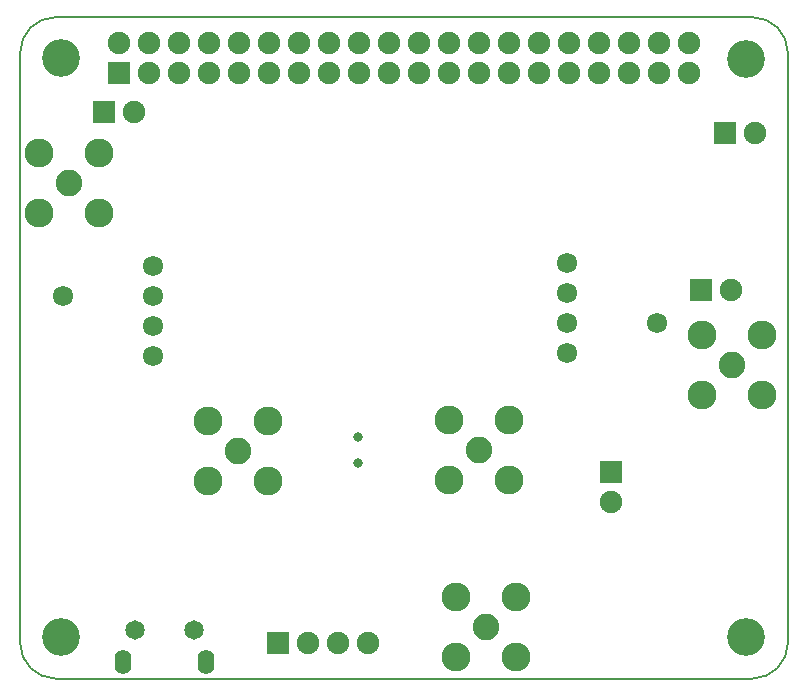
<source format=gbs>
G04 #@! TF.GenerationSoftware,KiCad,Pcbnew,(5.1.4)-1*
G04 #@! TF.CreationDate,2019-10-20T15:20:58+05:30*
G04 #@! TF.ProjectId,RPi Hat RF Transmitter V1,52506920-4861-4742-9052-46205472616e,rev?*
G04 #@! TF.SameCoordinates,Original*
G04 #@! TF.FileFunction,Soldermask,Bot*
G04 #@! TF.FilePolarity,Negative*
%FSLAX46Y46*%
G04 Gerber Fmt 4.6, Leading zero omitted, Abs format (unit mm)*
G04 Created by KiCad (PCBNEW (5.1.4)-1) date 2019-10-20 15:20:58*
%MOMM*%
%LPD*%
G04 APERTURE LIST*
%ADD10C,0.150000*%
%ADD11O,1.900000X1.900000*%
%ADD12R,1.900000X1.900000*%
%ADD13O,1.400000X2.100000*%
%ADD14C,1.650000*%
%ADD15C,0.810000*%
%ADD16C,1.724000*%
%ADD17C,2.450000*%
%ADD18C,2.250000*%
%ADD19C,3.200000*%
G04 APERTURE END LIST*
D10*
X78546356Y-63817611D02*
X78546356Y-113817611D01*
X140546356Y-60817611D02*
X81546356Y-60817611D01*
X143546351Y-113822847D02*
X143546356Y-63817611D01*
X81546356Y-116817611D02*
X140546356Y-116817611D01*
X78546356Y-63817611D02*
G75*
G02X81546356Y-60817611I3000000J0D01*
G01*
X140546356Y-60817611D02*
G75*
G02X143546356Y-63817611I0J-3000000D01*
G01*
X81546356Y-116817611D02*
G75*
G02X78546356Y-113817611I0J3000000D01*
G01*
X143546351Y-113822847D02*
G75*
G02X140546356Y-116817611I-2999995J5236D01*
G01*
D11*
X138760000Y-83900000D03*
D12*
X136220000Y-83900000D03*
D11*
X88200000Y-68820000D03*
D12*
X85660000Y-68820000D03*
D13*
X94257500Y-115379500D03*
X87257500Y-115379500D03*
D14*
X93257500Y-112679500D03*
X88257500Y-112679500D03*
D15*
X107120000Y-96395000D03*
X107120000Y-98605000D03*
D16*
X89820000Y-81900000D03*
X89820000Y-84440000D03*
X89820000Y-86980000D03*
X89820000Y-89520000D03*
X82200000Y-84440000D03*
X124840000Y-89280000D03*
X124840000Y-86740000D03*
X124840000Y-84200000D03*
X124840000Y-81660000D03*
X132460000Y-86740000D03*
D17*
X120523000Y-114998500D03*
X115443000Y-114998500D03*
X115443000Y-109918500D03*
X120523000Y-109918500D03*
D18*
X117983000Y-112458500D03*
D17*
X80140000Y-77420000D03*
X80140000Y-72340000D03*
X85220000Y-72340000D03*
X85220000Y-77420000D03*
D18*
X82680000Y-74880000D03*
D17*
X136271000Y-87693500D03*
X141351000Y-87693500D03*
X141351000Y-92773500D03*
X136271000Y-92773500D03*
D18*
X138811000Y-90233500D03*
D17*
X119940000Y-94960000D03*
X119940000Y-100040000D03*
X114860000Y-100040000D03*
X114860000Y-94960000D03*
D18*
X117400000Y-97500000D03*
D17*
X99540000Y-94980000D03*
X99540000Y-100060000D03*
X94460000Y-100060000D03*
X94460000Y-94980000D03*
D18*
X97000000Y-97520000D03*
D11*
X140779500Y-70612000D03*
D12*
X138239500Y-70612000D03*
D11*
X128587500Y-101854000D03*
D12*
X128587500Y-99314000D03*
D11*
X108031500Y-113839000D03*
X105491500Y-113839000D03*
X102951500Y-113839000D03*
D12*
X100411500Y-113839000D03*
D11*
X135180000Y-63050000D03*
X135180000Y-65590000D03*
X132640000Y-63050000D03*
X132640000Y-65590000D03*
X130100000Y-63050000D03*
X130100000Y-65590000D03*
X127560000Y-63050000D03*
X127560000Y-65590000D03*
X125020000Y-63050000D03*
X125020000Y-65590000D03*
X122480000Y-63050000D03*
X122480000Y-65590000D03*
X119940000Y-63050000D03*
X119940000Y-65590000D03*
X117400000Y-63050000D03*
X117400000Y-65590000D03*
X114860000Y-63050000D03*
X114860000Y-65590000D03*
X112320000Y-63050000D03*
X112320000Y-65590000D03*
X109780000Y-63050000D03*
X109780000Y-65590000D03*
X107240000Y-63050000D03*
X107240000Y-65590000D03*
X104700000Y-63050000D03*
X104700000Y-65590000D03*
X102160000Y-63050000D03*
X102160000Y-65590000D03*
X99620000Y-63050000D03*
X99620000Y-65590000D03*
X97080000Y-63050000D03*
X97080000Y-65590000D03*
X94540000Y-63050000D03*
X94540000Y-65590000D03*
X92000000Y-63050000D03*
X92000000Y-65590000D03*
X89460000Y-63050000D03*
X89460000Y-65590000D03*
X86920000Y-63050000D03*
D12*
X86920000Y-65590000D03*
D19*
X82040000Y-64310000D03*
X140040000Y-64330000D03*
X82040000Y-113320000D03*
X140030000Y-113310000D03*
M02*

</source>
